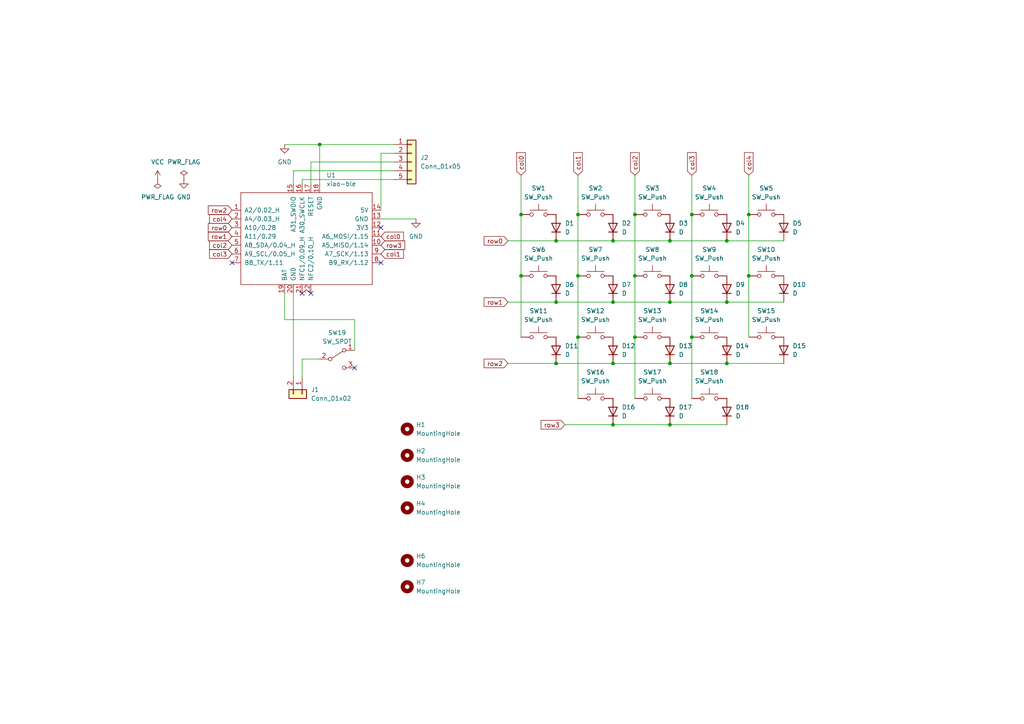
<source format=kicad_sch>
(kicad_sch (version 20230121) (generator eeschema)
  (paper "A4")
  (lib_symbols
    (symbol "Connector_Generic:Conn_01x02" (pin_names (offset 1.016) hide)
      (property "Reference" "J" (at 0 2.54 0))
      (property "Value" "Conn_01x02" (at 0 -5.08 0))
      (symbol "Conn_01x02_1_1"
        (rectangle (start -1.27 -2.413) (end 0 -2.667) (stroke (width 0.1524)))
        (rectangle (start -1.27 0.127) (end 0 -0.127) (stroke (width 0.1524)))
        (rectangle (start -1.27 1.27) (end 1.27 -3.81) (stroke (width 0.254)) (fill (type background)))
        (pin passive line (at -5.08 0 0) (length 3.81) (name "Pin_1") (number "1"))
        (pin passive line (at -5.08 -2.54 0) (length 3.81) (name "Pin_2") (number "2"))
      )
    )
    (symbol "Connector_Generic:Conn_01x05" (pin_names (offset 1.016) hide)
      (property "Reference" "J" (at 0 7.62 0))
      (property "Value" "Conn_01x05" (at 0 -7.62 0))
      (symbol "Conn_01x05_1_1"
        (rectangle (start -1.27 -4.953) (end 0 -5.207) (stroke (width 0.1524)))
        (rectangle (start -1.27 -2.413) (end 0 -2.667) (stroke (width 0.1524)))
        (rectangle (start -1.27 0.127) (end 0 -0.127) (stroke (width 0.1524)))
        (rectangle (start -1.27 2.667) (end 0 2.413) (stroke (width 0.1524)))
        (rectangle (start -1.27 5.207) (end 0 4.953) (stroke (width 0.1524)))
        (rectangle (start -1.27 6.35) (end 1.27 -6.35) (stroke (width 0.254)) (fill (type background)))
        (pin passive line (at -5.08 5.08 0) (length 3.81) (name "Pin_1") (number "1"))
        (pin passive line (at -5.08 2.54 0) (length 3.81) (name "Pin_2") (number "2"))
        (pin passive line (at -5.08 0 0) (length 3.81) (name "Pin_3") (number "3"))
        (pin passive line (at -5.08 -2.54 0) (length 3.81) (name "Pin_4") (number "4"))
        (pin passive line (at -5.08 -5.08 0) (length 3.81) (name "Pin_5") (number "5"))
      )
    )
    (symbol "Device:D" (pin_numbers hide) (pin_names (offset 1.016) hide)
      (property "Reference" "D" (at 0 2.54 0))
      (property "Value" "D" (at 0 -2.54 0))
      (symbol "D_0_1"
        (polyline (pts (xy -1.27 1.27) (xy -1.27 -1.27)) (stroke (width 0.254)))
        (polyline (pts (xy 1.27 0) (xy -1.27 0)))
        (polyline (pts (xy 1.27 1.27) (xy 1.27 -1.27) (xy -1.27 0) (xy 1.27 1.27)) (stroke (width 0.254)))
      )
      (symbol "D_1_1"
        (pin passive line (at -3.81 0 0) (length 2.54) (name "K") (number "1"))
        (pin passive line (at 3.81 0 180) (length 2.54) (name "A") (number "2"))
      )
    )
    (symbol "Mechanical:MountingHole" (pin_names (offset 1.016))
      (property "Reference" "H" (at 0 5.08 0))
      (property "Value" "MountingHole" (at 0 3.175 0))
      (symbol "MountingHole_0_1"
        (circle (center 0 0) (radius 1.27) (stroke (width 1.27)))
      )
    )
    (symbol "Switch:SW_Push" (pin_numbers hide) (pin_names (offset 1.016) hide)
      (property "Reference" "SW" (at 1.27 2.54 0))
      (property "Value" "SW_Push" (at 0 -1.524 0))
      (symbol "SW_Push_0_1"
        (circle (center -2.032 0) (radius 0.508))
        (polyline (pts (xy 0 1.27) (xy 0 3.048)))
        (polyline (pts (xy 2.54 1.27) (xy -2.54 1.27)))
        (circle (center 2.032 0) (radius 0.508))
        (pin passive line (at -5.08 0 0) (length 2.54) (name "1") (number "1"))
        (pin passive line (at 5.08 0 180) (length 2.54) (name "2") (number "2"))
      )
    )
    (symbol "Switch:SW_SPDT" (pin_names (offset 0) hide)
      (property "Reference" "SW" (at 0 4.318 0))
      (property "Value" "SW_SPDT" (at 0 -5.08 0))
      (symbol "SW_SPDT_0_0"
        (circle (center -2.032 0) (radius 0.508))
        (circle (center 2.032 -2.54) (radius 0.508))
      )
      (symbol "SW_SPDT_0_1"
        (polyline (pts (xy -1.524 0.254) (xy 1.651 2.286)))
        (circle (center 2.032 2.54) (radius 0.508))
      )
      (symbol "SW_SPDT_1_1"
        (pin passive line (at 5.08 2.54 180) (length 2.54) (name "A") (number "1"))
        (pin passive line (at -5.08 0 0) (length 2.54) (name "B") (number "2"))
        (pin passive line (at 5.08 -2.54 180) (length 2.54) (name "C") (number "3"))
      )
    )
    (symbol "mcu:xiao-ble" (pin_names (offset 1.016))
      (property "Reference" "U" (at -17.78 16.51 0))
      (property "Value" "xiao-ble" (at -15.24 13.97 0))
      (symbol "xiao-ble_0_1"
        (rectangle (start -19.05 12.7) (end 19.05 -13.97))
      )
      (symbol "xiao-ble_1_1"
        (pin bidirectional line (at -21.59 7.62 0) (length 2.54) (name "A2/0.02_H") (number "1"))
        (pin bidirectional line (at 21.59 -2.54 180) (length 2.54) (name "A5_MISO/1.14") (number "10"))
        (pin bidirectional line (at 21.59 0 180) (length 2.54) (name "A6_MOSI/1.15") (number "11"))
        (pin power_out line (at 21.59 2.54 180) (length 2.54) (name "3V3") (number "12"))
        (pin power_out line (at 21.59 5.08 180) (length 2.54) (name "GND") (number "13"))
        (pin power_out line (at 21.59 7.62 180) (length 2.54) (name "5V") (number "14"))
        (pin input line (at -3.81 15.24 270) (length 2.54) (name "A31_SWDIO") (number "15"))
        (pin input line (at -1.27 15.24 270) (length 2.54) (name "A30_SWCLK") (number "16"))
        (pin input line (at 1.27 15.24 270) (length 2.54) (name "RESET") (number "17"))
        (pin power_out line (at 3.81 15.24 270) (length 2.54) (name "GND") (number "18"))
        (pin bidirectional line (at -6.35 -16.51 90) (length 2.54) (name "BAT") (number "19"))
        (pin bidirectional line (at -21.59 5.08 0) (length 2.54) (name "A4/0.03_H") (number "2"))
        (pin power_out line (at -3.81 -16.51 90) (length 2.54) (name "GND") (number "20"))
        (pin bidirectional line (at -1.27 -16.51 90) (length 2.54) (name "NFC1/0.09_H") (number "21"))
        (pin bidirectional line (at 1.27 -16.51 90) (length 2.54) (name "NFC2/0.10_H") (number "22"))
        (pin bidirectional line (at -21.59 2.54 0) (length 2.54) (name "A10/0.28") (number "3"))
        (pin bidirectional line (at -21.59 0 0) (length 2.54) (name "A11/0.29") (number "4"))
        (pin bidirectional line (at -21.59 -2.54 0) (length 2.54) (name "A8_SDA/0.04_H") (number "5"))
        (pin bidirectional line (at -21.59 -5.08 0) (length 2.54) (name "A9_SCL/0.05_H") (number "6"))
        (pin bidirectional line (at -21.59 -7.62 0) (length 2.54) (name "B8_TX/1.11") (number "7"))
        (pin bidirectional line (at 21.59 -7.62 180) (length 2.54) (name "B9_RX/1.12") (number "8"))
        (pin bidirectional line (at 21.59 -5.08 180) (length 2.54) (name "A7_SCK/1.13") (number "9"))
      )
    )
    (symbol "power:GND" (power) (pin_names (offset 0))
      (property "Value" "GND" (at 0 -3.81 0))
      (symbol "GND_0_1"
        (polyline (pts (xy 0 0) (xy 0 -1.27) (xy 1.27 -1.27) (xy 0 -2.54) (xy -1.27 -1.27) (xy 0 -1.27)))
      )
      (symbol "GND_1_1"
        (pin power_in line (at 0 0 270) (length 0) hide (name "GND") (number "1"))
      )
    )
    (symbol "power:PWR_FLAG" (power) (pin_numbers hide) (pin_names (offset 0) hide)
      (property "Value" "PWR_FLAG" (at 0 3.81 0))
      (symbol "PWR_FLAG_0_0"
        (pin power_out line (at 0 0 90) (length 0) (name "pwr") (number "1"))
      )
      (symbol "PWR_FLAG_0_1"
        (polyline (pts (xy 0 0) (xy 0 1.27) (xy -1.016 1.905) (xy 0 2.54) (xy 1.016 1.905) (xy 0 1.27)))
      )
    )
    (symbol "power:VCC" (power) (pin_names (offset 0))
      (property "Value" "VCC" (at 0 3.81 0))
      (symbol "VCC_0_1"
        (polyline (pts (xy -0.762 1.27) (xy 0 2.54)))
        (polyline (pts (xy 0 0) (xy 0 2.54)))
        (polyline (pts (xy 0 2.54) (xy 0.762 1.27)))
      )
      (symbol "VCC_1_1"
        (pin power_in line (at 0 0 90) (length 0) hide (name "VCC") (number "1"))
      )
    )
  )
  (junction (at 194.31 69.85))
  (junction (at 184.15 80.01))
  (junction (at 194.31 105.41))
  (junction (at 161.29 69.85))
  (junction (at 161.29 105.41))
  (junction (at 151.13 62.23))
  (junction (at 184.15 97.79))
  (junction (at 92.71 41.91))
  (junction (at 161.29 87.63))
  (junction (at 167.64 80.01))
  (junction (at 194.31 87.63))
  (junction (at 210.82 69.85))
  (junction (at 194.31 123.19))
  (junction (at 200.66 80.01))
  (junction (at 167.64 62.23))
  (junction (at 210.82 87.63))
  (junction (at 184.15 62.23))
  (junction (at 177.8 87.63))
  (junction (at 210.82 105.41))
  (junction (at 177.8 105.41))
  (junction (at 167.64 97.79))
  (junction (at 177.8 69.85))
  (junction (at 217.17 80.01))
  (junction (at 200.66 97.79))
  (junction (at 217.17 62.23))
  (junction (at 177.8 123.19))
  (junction (at 200.66 62.23))
  (junction (at 151.13 80.01))
  (no_connect (at 87.63 85.09))
  (no_connect (at 67.31 76.2))
  (no_connect (at 90.17 85.09))
  (no_connect (at 102.87 106.68))
  (no_connect (at 110.49 76.2))
  (no_connect (at 110.49 66.04))
  (wire (pts (xy 177.8 105.41) (xy 194.31 105.41)))
  (wire (pts (xy 177.8 69.85) (xy 194.31 69.85)))
  (wire (pts (xy 184.15 62.23) (xy 184.15 80.01)))
  (wire (pts (xy 217.17 50.8) (xy 217.17 62.23)))
  (wire (pts (xy 194.31 123.19) (xy 210.82 123.19)))
  (wire (pts (xy 194.31 69.85) (xy 210.82 69.85)))
  (wire (pts (xy 217.17 80.01) (xy 217.17 97.79)))
  (wire (pts (xy 114.3 46.99) (xy 90.17 46.99)))
  (wire (pts (xy 110.49 44.45) (xy 114.3 44.45)))
  (wire (pts (xy 114.3 52.07) (xy 87.63 52.07)))
  (wire (pts (xy 184.15 97.79) (xy 184.15 115.57)))
  (wire (pts (xy 82.55 41.91) (xy 92.71 41.91)))
  (wire (pts (xy 82.55 85.09) (xy 82.55 92.71)))
  (wire (pts (xy 151.13 62.23) (xy 151.13 80.01)))
  (wire (pts (xy 147.32 105.41) (xy 161.29 105.41)))
  (wire (pts (xy 167.64 62.23) (xy 167.64 80.01)))
  (wire (pts (xy 85.09 85.09) (xy 85.09 109.22)))
  (wire (pts (xy 110.49 63.5) (xy 120.65 63.5)))
  (wire (pts (xy 200.66 50.8) (xy 200.66 62.23)))
  (wire (pts (xy 85.09 49.53) (xy 114.3 49.53)))
  (wire (pts (xy 161.29 69.85) (xy 177.8 69.85)))
  (wire (pts (xy 90.17 46.99) (xy 90.17 53.34)))
  (wire (pts (xy 217.17 62.23) (xy 217.17 80.01)))
  (wire (pts (xy 102.87 101.6) (xy 102.87 92.71)))
  (wire (pts (xy 200.66 97.79) (xy 200.66 115.57)))
  (wire (pts (xy 184.15 80.01) (xy 184.15 97.79)))
  (wire (pts (xy 200.66 62.23) (xy 200.66 80.01)))
  (wire (pts (xy 177.8 87.63) (xy 194.31 87.63)))
  (wire (pts (xy 194.31 87.63) (xy 210.82 87.63)))
  (wire (pts (xy 167.64 97.79) (xy 167.64 115.57)))
  (wire (pts (xy 110.49 60.96) (xy 110.49 44.45)))
  (wire (pts (xy 92.71 104.14) (xy 87.63 104.14)))
  (wire (pts (xy 161.29 87.63) (xy 177.8 87.63)))
  (wire (pts (xy 87.63 52.07) (xy 87.63 53.34)))
  (wire (pts (xy 163.83 123.19) (xy 177.8 123.19)))
  (wire (pts (xy 167.64 80.01) (xy 167.64 97.79)))
  (wire (pts (xy 210.82 69.85) (xy 227.33 69.85)))
  (wire (pts (xy 210.82 87.63) (xy 227.33 87.63)))
  (wire (pts (xy 177.8 123.19) (xy 194.31 123.19)))
  (wire (pts (xy 200.66 80.01) (xy 200.66 97.79)))
  (wire (pts (xy 161.29 105.41) (xy 177.8 105.41)))
  (wire (pts (xy 194.31 105.41) (xy 210.82 105.41)))
  (wire (pts (xy 87.63 104.14) (xy 87.63 109.22)))
  (wire (pts (xy 85.09 53.34) (xy 85.09 49.53)))
  (wire (pts (xy 147.32 69.85) (xy 161.29 69.85)))
  (wire (pts (xy 114.3 41.91) (xy 92.71 41.91)))
  (wire (pts (xy 151.13 50.8) (xy 151.13 62.23)))
  (wire (pts (xy 210.82 105.41) (xy 227.33 105.41)))
  (wire (pts (xy 167.64 50.8) (xy 167.64 62.23)))
  (wire (pts (xy 92.71 41.91) (xy 92.71 53.34)))
  (wire (pts (xy 151.13 80.01) (xy 151.13 97.79)))
  (wire (pts (xy 102.87 92.71) (xy 82.55 92.71)))
  (wire (pts (xy 184.15 50.8) (xy 184.15 62.23)))
  (wire (pts (xy 147.32 87.63) (xy 161.29 87.63)))
  (global_label "col0" (shape input) (at 110.49 68.58 0) (property "Intersheetrefs" "${INTERSHEET_REFS}" (effects hide)))
  (global_label "col4" (shape input) (at 67.31 63.5 180) (property "Intersheetrefs" "${INTERSHEET_REFS}" (effects hide)))
  (global_label "row2" (shape input) (at 147.32 105.41 180) (property "Intersheetrefs" "${INTERSHEET_REFS}" (effects hide)))
  (global_label "row0" (shape input) (at 147.32 69.85 180) (property "Intersheetrefs" "${INTERSHEET_REFS}" (effects hide)))
  (global_label "col2" (shape input) (at 184.15 50.8 90) (property "Intersheetrefs" "${INTERSHEET_REFS}" (effects hide)))
  (global_label "col3" (shape input) (at 200.66 50.8 90) (property "Intersheetrefs" "${INTERSHEET_REFS}" (effects hide)))
  (global_label "col4" (shape input) (at 217.17 50.8 90) (property "Intersheetrefs" "${INTERSHEET_REFS}" (effects hide)))
  (global_label "row3" (shape input) (at 163.83 123.19 180) (property "Intersheetrefs" "${INTERSHEET_REFS}" (effects hide)))
  (global_label "col1" (shape input) (at 110.49 73.66 0) (property "Intersheetrefs" "${INTERSHEET_REFS}" (effects hide)))
  (global_label "col2" (shape input) (at 67.31 71.12 180) (property "Intersheetrefs" "${INTERSHEET_REFS}" (effects hide)))
  (global_label "col0" (shape input) (at 151.13 50.8 90) (property "Intersheetrefs" "${INTERSHEET_REFS}" (effects hide)))
  (global_label "row1" (shape input) (at 147.32 87.63 180) (property "Intersheetrefs" "${INTERSHEET_REFS}" (effects hide)))
  (global_label "row1" (shape input) (at 67.31 68.58 180) (property "Intersheetrefs" "${INTERSHEET_REFS}" (effects hide)))
  (global_label "row0" (shape input) (at 67.31 66.04 180) (property "Intersheetrefs" "${INTERSHEET_REFS}" (effects hide)))
  (global_label "row2" (shape input) (at 67.31 60.96 180) (property "Intersheetrefs" "${INTERSHEET_REFS}" (effects hide)))
  (global_label "row3" (shape input) (at 110.49 71.12 0) (property "Intersheetrefs" "${INTERSHEET_REFS}" (effects hide)))
  (global_label "col1" (shape input) (at 167.64 50.8 90) (property "Intersheetrefs" "${INTERSHEET_REFS}" (effects hide)))
  (global_label "col3" (shape input) (at 67.31 73.66 180) (property "Intersheetrefs" "${INTERSHEET_REFS}" (effects hide)))
  (symbol (lib_id "Device:D") (at 161.29 66.04 90) (unit 1)
    (property "Reference" "D1" (at 163.83 64.77 90) (effects (justify right)))
    (property "Value" "D" (at 163.83 67.31 90) (effects (justify right)))
    (property "Footprint" "Diode_SMD:D_SOD-123F" (effects hide))
    (property "Sim.Device" "D" (effects hide))
    (property "Sim.Pins" "1=K 2=A" (effects hide))
  )
  (symbol (lib_id "Switch:SW_Push") (at 172.72 97.79 0) (unit 1)
    (property "Reference" "SW12" (at 172.72 90.17 0))
    (property "Value" "SW_Push" (at 172.72 92.71 0))
    (property "Footprint" "MX_Hotswap:MX-Hotswap-1U" (effects hide))
  )
  (symbol (lib_id "Switch:SW_Push") (at 205.74 62.23 0) (unit 1)
    (property "Reference" "SW4" (at 205.74 54.61 0))
    (property "Value" "SW_Push" (at 205.74 57.15 0))
    (property "Footprint" "MX_Hotswap:MX-Hotswap-1U" (effects hide))
  )
  (symbol (lib_id "Device:D") (at 177.8 119.38 90) (unit 1)
    (property "Reference" "D16" (at 180.34 118.11 90) (effects (justify right)))
    (property "Value" "D" (at 180.34 120.65 90) (effects (justify right)))
    (property "Footprint" "Diode_SMD:D_SOD-123F" (effects hide))
    (property "Sim.Device" "D" (effects hide))
    (property "Sim.Pins" "1=K 2=A" (effects hide))
  )
  (symbol (lib_id "Mechanical:MountingHole") (at 118.11 147.32 0) (unit 1)
    (property "Reference" "H4" (at 120.65 146.05 0) (effects (justify left)))
    (property "Value" "MountingHole" (at 120.65 148.59 0) (effects (justify left)))
    (property "Footprint" "MountingHole:MountingHole_2.2mm_M2" (effects hide))
  )
  (symbol (lib_id "Switch:SW_Push") (at 156.21 97.79 0) (unit 1)
    (property "Reference" "SW11" (at 156.21 90.17 0))
    (property "Value" "SW_Push" (at 156.21 92.71 0))
    (property "Footprint" "MX_Hotswap:MX-Hotswap-1U" (effects hide))
  )
  (symbol (lib_id "Switch:SW_Push") (at 205.74 97.79 0) (unit 1)
    (property "Reference" "SW14" (at 205.74 90.17 0))
    (property "Value" "SW_Push" (at 205.74 92.71 0))
    (property "Footprint" "MX_Hotswap:MX-Hotswap-1U" (effects hide))
  )
  (symbol (lib_id "Device:D") (at 194.31 119.38 90) (unit 1)
    (property "Reference" "D17" (at 196.85 118.11 90) (effects (justify right)))
    (property "Value" "D" (at 196.85 120.65 90) (effects (justify right)))
    (property "Footprint" "Diode_SMD:D_SOD-123F" (effects hide))
    (property "Sim.Device" "D" (effects hide))
    (property "Sim.Pins" "1=K 2=A" (effects hide))
  )
  (symbol (lib_id "Device:D") (at 194.31 101.6 90) (unit 1)
    (property "Reference" "D13" (at 196.85 100.33 90) (effects (justify right)))
    (property "Value" "D" (at 196.85 102.87 90) (effects (justify right)))
    (property "Footprint" "Diode_SMD:D_SOD-123F" (effects hide))
    (property "Sim.Device" "D" (effects hide))
    (property "Sim.Pins" "1=K 2=A" (effects hide))
  )
  (symbol (lib_id "Connector_Generic:Conn_01x05") (at 119.38 46.99 0) (unit 1)
    (property "Reference" "J2" (at 121.92 45.72 0) (effects (justify left)))
    (property "Value" "Conn_01x05" (at 121.92 48.26 0) (effects (justify left)))
    (property "Footprint" "Connector_PinHeader_2.54mm:PinHeader_1x05_P2.54mm_Vertical" (effects hide))
  )
  (symbol (lib_id "Device:D") (at 177.8 101.6 90) (unit 1)
    (property "Reference" "D12" (at 180.34 100.33 90) (effects (justify right)))
    (property "Value" "D" (at 180.34 102.87 90) (effects (justify right)))
    (property "Footprint" "Diode_SMD:D_SOD-123F" (effects hide))
    (property "Sim.Device" "D" (effects hide))
    (property "Sim.Pins" "1=K 2=A" (effects hide))
  )
  (symbol (lib_id "Device:D") (at 161.29 101.6 90) (unit 1)
    (property "Reference" "D11" (at 163.83 100.33 90) (effects (justify right)))
    (property "Value" "D" (at 163.83 102.87 90) (effects (justify right)))
    (property "Footprint" "Diode_SMD:D_SOD-123F" (effects hide))
    (property "Sim.Device" "D" (effects hide))
    (property "Sim.Pins" "1=K 2=A" (effects hide))
  )
  (symbol (lib_id "Connector_Generic:Conn_01x02") (at 87.63 114.3 270) (unit 1)
    (property "Reference" "J1" (at 90.17 113.03 90) (effects (justify left)))
    (property "Value" "Conn_01x02" (at 90.17 115.57 90) (effects (justify left)))
    (property "Footprint" "Connector_JST:JST_PH_B2B-PH-K_1x02_P2.00mm_Vertical" (effects hide))
  )
  (symbol (lib_id "Device:D") (at 161.29 83.82 90) (unit 1)
    (property "Reference" "D6" (at 163.83 82.55 90) (effects (justify right)))
    (property "Value" "D" (at 163.83 85.09 90) (effects (justify right)))
    (property "Footprint" "Diode_SMD:D_SOD-123F" (effects hide))
    (property "Sim.Device" "D" (effects hide))
    (property "Sim.Pins" "1=K 2=A" (effects hide))
  )
  (symbol (lib_id "Device:D") (at 194.31 66.04 90) (unit 1)
    (property "Reference" "D3" (at 196.85 64.77 90) (effects (justify right)))
    (property "Value" "D" (at 196.85 67.31 90) (effects (justify right)))
    (property "Footprint" "Diode_SMD:D_SOD-123F" (effects hide))
    (property "Sim.Device" "D" (effects hide))
    (property "Sim.Pins" "1=K 2=A" (effects hide))
  )
  (symbol (lib_id "Device:D") (at 210.82 83.82 90) (unit 1)
    (property "Reference" "D9" (at 213.36 82.55 90) (effects (justify right)))
    (property "Value" "D" (at 213.36 85.09 90) (effects (justify right)))
    (property "Footprint" "Diode_SMD:D_SOD-123F" (effects hide))
    (property "Sim.Device" "D" (effects hide))
    (property "Sim.Pins" "1=K 2=A" (effects hide))
  )
  (symbol (lib_id "power:PWR_FLAG") (at 53.34 52.07 0) (unit 1)
    (property "Reference" "#FLG01" (effects hide))
    (property "Value" "PWR_FLAG" (at 53.34 46.99 0))
  )
  (symbol (lib_id "Mechanical:MountingHole") (at 118.11 124.46 0) (unit 1)
    (property "Reference" "H1" (at 120.65 123.19 0) (effects (justify left)))
    (property "Value" "MountingHole" (at 120.65 125.73 0) (effects (justify left)))
    (property "Footprint" "MountingHole:MountingHole_2.2mm_M2" (effects hide))
  )
  (symbol (lib_id "Mechanical:MountingHole") (at 118.11 170.18 0) (unit 1)
    (property "Reference" "H7" (at 120.65 168.91 0) (effects (justify left)))
    (property "Value" "MountingHole" (at 120.65 171.45 0) (effects (justify left)))
    (property "Footprint" "MountingHole:MountingHole_2.2mm_M2" (effects hide))
  )
  (symbol (lib_id "Device:D") (at 177.8 66.04 90) (unit 1)
    (property "Reference" "D2" (at 180.34 64.77 90) (effects (justify right)))
    (property "Value" "D" (at 180.34 67.31 90) (effects (justify right)))
    (property "Footprint" "Diode_SMD:D_SOD-123F" (effects hide))
    (property "Sim.Device" "D" (effects hide))
    (property "Sim.Pins" "1=K 2=A" (effects hide))
  )
  (symbol (lib_id "Switch:SW_Push") (at 172.72 115.57 0) (unit 1)
    (property "Reference" "SW16" (at 172.72 107.95 0))
    (property "Value" "SW_Push" (at 172.72 110.49 0))
    (property "Footprint" "MX_Hotswap:MX-Hotswap-1U" (effects hide))
  )
  (symbol (lib_id "Mechanical:MountingHole") (at 118.11 139.7 0) (unit 1)
    (property "Reference" "H3" (at 120.65 138.43 0) (effects (justify left)))
    (property "Value" "MountingHole" (at 120.65 140.97 0) (effects (justify left)))
    (property "Footprint" "MountingHole:MountingHole_2.2mm_M2" (effects hide))
  )
  (symbol (lib_id "Switch:SW_Push") (at 222.25 62.23 0) (unit 1)
    (property "Reference" "SW5" (at 222.25 54.61 0))
    (property "Value" "SW_Push" (at 222.25 57.15 0))
    (property "Footprint" "MX_Hotswap:MX-Hotswap-1U" (effects hide))
  )
  (symbol (lib_id "mcu:xiao-ble") (at 88.9 68.58 0) (unit 1)
    (property "Reference" "U1" (at 94.6659 50.8 0) (effects (justify left)))
    (property "Value" "xiao-ble" (at 94.6659 53.34 0) (effects (justify left)))
    (property "Footprint" "mcu:xiao-ble-tht" (effects hide))
  )
  (symbol (lib_id "Device:D") (at 227.33 101.6 90) (unit 1)
    (property "Reference" "D15" (at 229.87 100.33 90) (effects (justify right)))
    (property "Value" "D" (at 229.87 102.87 90) (effects (justify right)))
    (property "Footprint" "Diode_SMD:D_SOD-123F" (effects hide))
    (property "Sim.Device" "D" (effects hide))
    (property "Sim.Pins" "1=K 2=A" (effects hide))
  )
  (symbol (lib_id "Device:D") (at 177.8 83.82 90) (unit 1)
    (property "Reference" "D7" (at 180.34 82.55 90) (effects (justify right)))
    (property "Value" "D" (at 180.34 85.09 90) (effects (justify right)))
    (property "Footprint" "Diode_SMD:D_SOD-123F" (effects hide))
    (property "Sim.Device" "D" (effects hide))
    (property "Sim.Pins" "1=K 2=A" (effects hide))
  )
  (symbol (lib_id "power:VCC") (at 45.72 52.07 0) (unit 1)
    (property "Reference" "#PWR04" (effects hide))
    (property "Value" "VCC" (at 45.72 46.99 0))
  )
  (symbol (lib_id "Switch:SW_Push") (at 172.72 80.01 0) (unit 1)
    (property "Reference" "SW7" (at 172.72 72.39 0))
    (property "Value" "SW_Push" (at 172.72 74.93 0))
    (property "Footprint" "MX_Hotswap:MX-Hotswap-1U" (effects hide))
  )
  (symbol (lib_id "Device:D") (at 227.33 66.04 90) (unit 1)
    (property "Reference" "D5" (at 229.87 64.77 90) (effects (justify right)))
    (property "Value" "D" (at 229.87 67.31 90) (effects (justify right)))
    (property "Footprint" "Diode_SMD:D_SOD-123F" (effects hide))
    (property "Sim.Device" "D" (effects hide))
    (property "Sim.Pins" "1=K 2=A" (effects hide))
  )
  (symbol (lib_id "Device:D") (at 210.82 66.04 90) (unit 1)
    (property "Reference" "D4" (at 213.36 64.77 90) (effects (justify right)))
    (property "Value" "D" (at 213.36 67.31 90) (effects (justify right)))
    (property "Footprint" "Diode_SMD:D_SOD-123F" (effects hide))
    (property "Sim.Device" "D" (effects hide))
    (property "Sim.Pins" "1=K 2=A" (effects hide))
  )
  (symbol (lib_id "Switch:SW_Push") (at 156.21 62.23 0) (unit 1)
    (property "Reference" "SW1" (at 156.21 54.61 0))
    (property "Value" "SW_Push" (at 156.21 57.15 0))
    (property "Footprint" "MX_Hotswap:MX-Hotswap-1U" (effects hide))
  )
  (symbol (lib_id "Switch:SW_Push") (at 205.74 80.01 0) (unit 1)
    (property "Reference" "SW9" (at 205.74 72.39 0))
    (property "Value" "SW_Push" (at 205.74 74.93 0))
    (property "Footprint" "MX_Hotswap:MX-Hotswap-1U" (effects hide))
  )
  (symbol (lib_id "Mechanical:MountingHole") (at 118.11 132.08 0) (unit 1)
    (property "Reference" "H2" (at 120.65 130.81 0) (effects (justify left)))
    (property "Value" "MountingHole" (at 120.65 133.35 0) (effects (justify left)))
    (property "Footprint" "MountingHole:MountingHole_2.2mm_M2" (effects hide))
  )
  (symbol (lib_id "power:GND") (at 120.65 63.5 0) (unit 1)
    (property "Reference" "#PWR01" (effects hide))
    (property "Value" "GND" (at 120.65 68.58 0))
  )
  (symbol (lib_id "Switch:SW_Push") (at 222.25 80.01 0) (unit 1)
    (property "Reference" "SW10" (at 222.25 72.39 0))
    (property "Value" "SW_Push" (at 222.25 74.93 0))
    (property "Footprint" "MX_Hotswap:MX-Hotswap-1U" (effects hide))
  )
  (symbol (lib_id "power:GND") (at 82.55 41.91 0) (unit 1)
    (property "Reference" "#PWR02" (effects hide))
    (property "Value" "GND" (at 82.55 46.99 0))
  )
  (symbol (lib_id "Device:D") (at 210.82 119.38 90) (unit 1)
    (property "Reference" "D18" (at 213.36 118.11 90) (effects (justify right)))
    (property "Value" "D" (at 213.36 120.65 90) (effects (justify right)))
    (property "Footprint" "Diode_SMD:D_SOD-123F" (effects hide))
    (property "Sim.Device" "D" (effects hide))
    (property "Sim.Pins" "1=K 2=A" (effects hide))
  )
  (symbol (lib_id "Switch:SW_Push") (at 189.23 97.79 0) (unit 1)
    (property "Reference" "SW13" (at 189.23 90.17 0))
    (property "Value" "SW_Push" (at 189.23 92.71 0))
    (property "Footprint" "MX_Hotswap:MX-Hotswap-1U" (effects hide))
  )
  (symbol (lib_id "Switch:SW_Push") (at 189.23 115.57 0) (unit 1)
    (property "Reference" "SW17" (at 189.23 107.95 0))
    (property "Value" "SW_Push" (at 189.23 110.49 0))
    (property "Footprint" "MX_Hotswap:MX-Hotswap-1U" (effects hide))
  )
  (symbol (lib_id "Device:D") (at 210.82 101.6 90) (unit 1)
    (property "Reference" "D14" (at 213.36 100.33 90) (effects (justify right)))
    (property "Value" "D" (at 213.36 102.87 90) (effects (justify right)))
    (property "Footprint" "Diode_SMD:D_SOD-123F" (effects hide))
    (property "Sim.Device" "D" (effects hide))
    (property "Sim.Pins" "1=K 2=A" (effects hide))
  )
  (symbol (lib_id "Switch:SW_Push") (at 222.25 97.79 0) (unit 1)
    (property "Reference" "SW15" (at 222.25 90.17 0))
    (property "Value" "SW_Push" (at 222.25 92.71 0))
    (property "Footprint" "MX_Hotswap:MX-Hotswap-1U" (effects hide))
  )
  (symbol (lib_id "Switch:SW_Push") (at 205.74 115.57 0) (unit 1)
    (property "Reference" "SW18" (at 205.74 107.95 0))
    (property "Value" "SW_Push" (at 205.74 110.49 0))
    (property "Footprint" "MX_Hotswap:MX-Hotswap-1U" (effects hide))
  )
  (symbol (lib_id "Switch:SW_Push") (at 189.23 80.01 0) (unit 1)
    (property "Reference" "SW8" (at 189.23 72.39 0))
    (property "Value" "SW_Push" (at 189.23 74.93 0))
    (property "Footprint" "MX_Hotswap:MX-Hotswap-1U" (effects hide))
  )
  (symbol (lib_id "Switch:SW_SPDT") (at 97.79 104.14 0) (unit 1)
    (property "Reference" "SW19" (at 97.79 96.52 0))
    (property "Value" "SW_SPDT" (at 97.79 99.06 0))
    (property "Footprint" "locallib:SSW1P2T-SMT" (effects hide))
  )
  (symbol (lib_id "Device:D") (at 227.33 83.82 90) (unit 1)
    (property "Reference" "D10" (at 229.87 82.55 90) (effects (justify right)))
    (property "Value" "D" (at 229.87 85.09 90) (effects (justify right)))
    (property "Footprint" "Diode_SMD:D_SOD-123F" (effects hide))
    (property "Sim.Device" "D" (effects hide))
    (property "Sim.Pins" "1=K 2=A" (effects hide))
  )
  (symbol (lib_id "Mechanical:MountingHole") (at 118.11 162.56 0) (unit 1)
    (property "Reference" "H6" (at 120.65 161.29 0) (effects (justify left)))
    (property "Value" "MountingHole" (at 120.65 163.83 0) (effects (justify left)))
    (property "Footprint" "MountingHole:MountingHole_2.2mm_M2" (effects hide))
  )
  (symbol (lib_id "power:GND") (at 53.34 52.07 0) (unit 1)
    (property "Reference" "#PWR03" (effects hide))
    (property "Value" "GND" (at 53.34 57.15 0))
  )
  (symbol (lib_id "Switch:SW_Push") (at 189.23 62.23 0) (unit 1)
    (property "Reference" "SW3" (at 189.23 54.61 0))
    (property "Value" "SW_Push" (at 189.23 57.15 0))
    (property "Footprint" "MX_Hotswap:MX-Hotswap-1U" (effects hide))
  )
  (symbol (lib_id "power:PWR_FLAG") (at 45.72 52.07 180) (unit 1)
    (property "Reference" "#FLG02" (effects hide))
    (property "Value" "PWR_FLAG" (at 45.72 57.15 0))
  )
  (symbol (lib_id "Device:D") (at 194.31 83.82 90) (unit 1)
    (property "Reference" "D8" (at 196.85 82.55 90) (effects (justify right)))
    (property "Value" "D" (at 196.85 85.09 90) (effects (justify right)))
    (property "Footprint" "Diode_SMD:D_SOD-123F" (effects hide))
    (property "Sim.Device" "D" (effects hide))
    (property "Sim.Pins" "1=K 2=A" (effects hide))
  )
  (symbol (lib_id "Switch:SW_Push") (at 156.21 80.01 0) (unit 1)
    (property "Reference" "SW6" (at 156.21 72.39 0))
    (property "Value" "SW_Push" (at 156.21 74.93 0))
    (property "Footprint" "MX_Hotswap:MX-Hotswap-1U" (effects hide))
  )
  (symbol (lib_id "Switch:SW_Push") (at 172.72 62.23 0) (unit 1)
    (property "Reference" "SW2" (at 172.72 54.61 0))
    (property "Value" "SW_Push" (at 172.72 57.15 0))
    (property "Footprint" "MX_Hotswap:MX-Hotswap-1U" (effects hide))
  )
)
</source>
